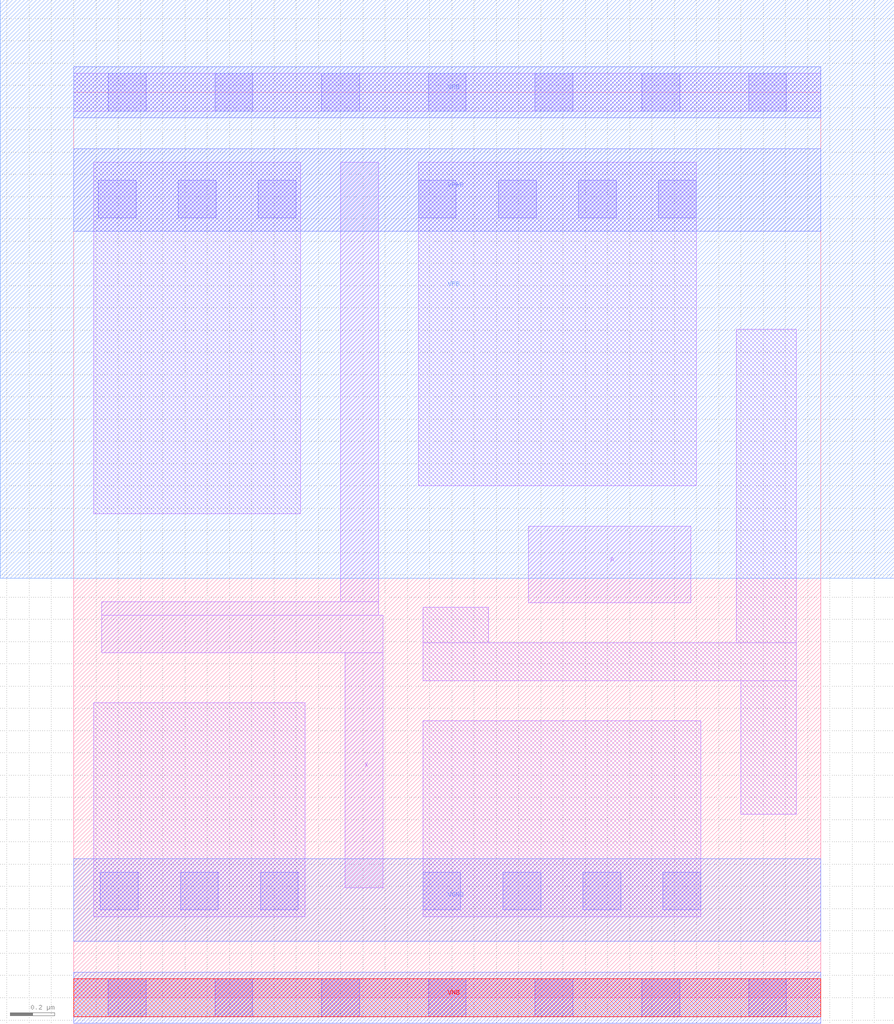
<source format=lef>
# Copyright 2020 The SkyWater PDK Authors
#
# Licensed under the Apache License, Version 2.0 (the "License");
# you may not use this file except in compliance with the License.
# You may obtain a copy of the License at
#
#     https://www.apache.org/licenses/LICENSE-2.0
#
# Unless required by applicable law or agreed to in writing, software
# distributed under the License is distributed on an "AS IS" BASIS,
# WITHOUT WARRANTIES OR CONDITIONS OF ANY KIND, either express or implied.
# See the License for the specific language governing permissions and
# limitations under the License.
#
# SPDX-License-Identifier: Apache-2.0

VERSION 5.7 ;
  NOWIREEXTENSIONATPIN ON ;
  DIVIDERCHAR "/" ;
  BUSBITCHARS "[]" ;
MACRO sky130_fd_sc_hvl__buf_2
  CLASS CORE ;
  FOREIGN sky130_fd_sc_hvl__buf_2 ;
  ORIGIN  0.000000  0.000000 ;
  SIZE  3.360000 BY  4.070000 ;
  SYMMETRY X Y ;
  SITE unithv ;
  PIN A
    ANTENNAGATEAREA  0.585000 ;
    DIRECTION INPUT ;
    USE SIGNAL ;
    PORT
      LAYER li1 ;
        RECT 2.045000 1.775000 2.775000 2.120000 ;
    END
  END A
  PIN X
    ANTENNADIFFAREA  0.630000 ;
    DIRECTION OUTPUT ;
    USE SIGNAL ;
    PORT
      LAYER li1 ;
        RECT 0.125000 1.550000 1.390000 1.720000 ;
        RECT 0.125000 1.720000 1.370000 1.780000 ;
        RECT 1.200000 1.780000 1.370000 3.755000 ;
        RECT 1.220000 0.495000 1.390000 1.550000 ;
    END
  END X
  PIN VGND
    DIRECTION INOUT ;
    USE GROUND ;
    PORT
      LAYER met1 ;
        RECT 0.000000 0.255000 3.360000 0.625000 ;
    END
  END VGND
  PIN VNB
    DIRECTION INOUT ;
    USE GROUND ;
    PORT
      LAYER met1 ;
        RECT 0.000000 -0.115000 3.360000 0.115000 ;
      LAYER pwell ;
        RECT 0.000000 -0.085000 3.360000 0.085000 ;
    END
  END VNB
  PIN VPB
    DIRECTION INOUT ;
    USE POWER ;
    PORT
      LAYER met1 ;
        RECT 0.000000 3.955000 3.360000 4.185000 ;
      LAYER nwell ;
        RECT -0.330000 1.885000 3.690000 4.485000 ;
    END
  END VPB
  PIN VPWR
    DIRECTION INOUT ;
    USE POWER ;
    PORT
      LAYER met1 ;
        RECT 0.000000 3.445000 3.360000 3.815000 ;
    END
  END VPWR
  OBS
    LAYER li1 ;
      RECT 0.000000 -0.085000 3.360000 0.085000 ;
      RECT 0.000000  3.985000 3.360000 4.155000 ;
      RECT 0.090000  0.365000 1.040000 1.325000 ;
      RECT 0.090000  2.175000 1.020000 3.755000 ;
      RECT 1.550000  2.300000 2.800000 3.755000 ;
      RECT 1.570000  0.365000 2.820000 1.245000 ;
      RECT 1.570000  1.425000 3.250000 1.595000 ;
      RECT 1.570000  1.595000 1.865000 1.755000 ;
      RECT 2.980000  1.595000 3.250000 3.005000 ;
      RECT 3.000000  0.825000 3.250000 1.425000 ;
    LAYER mcon ;
      RECT 0.110000  3.505000 0.280000 3.675000 ;
      RECT 0.120000  0.395000 0.290000 0.565000 ;
      RECT 0.155000 -0.085000 0.325000 0.085000 ;
      RECT 0.155000  3.985000 0.325000 4.155000 ;
      RECT 0.470000  3.505000 0.640000 3.675000 ;
      RECT 0.480000  0.395000 0.650000 0.565000 ;
      RECT 0.635000 -0.085000 0.805000 0.085000 ;
      RECT 0.635000  3.985000 0.805000 4.155000 ;
      RECT 0.830000  3.505000 1.000000 3.675000 ;
      RECT 0.840000  0.395000 1.010000 0.565000 ;
      RECT 1.115000 -0.085000 1.285000 0.085000 ;
      RECT 1.115000  3.985000 1.285000 4.155000 ;
      RECT 1.550000  3.505000 1.720000 3.675000 ;
      RECT 1.570000  0.395000 1.740000 0.565000 ;
      RECT 1.595000 -0.085000 1.765000 0.085000 ;
      RECT 1.595000  3.985000 1.765000 4.155000 ;
      RECT 1.910000  3.505000 2.080000 3.675000 ;
      RECT 1.930000  0.395000 2.100000 0.565000 ;
      RECT 2.075000 -0.085000 2.245000 0.085000 ;
      RECT 2.075000  3.985000 2.245000 4.155000 ;
      RECT 2.270000  3.505000 2.440000 3.675000 ;
      RECT 2.290000  0.395000 2.460000 0.565000 ;
      RECT 2.555000 -0.085000 2.725000 0.085000 ;
      RECT 2.555000  3.985000 2.725000 4.155000 ;
      RECT 2.630000  3.505000 2.800000 3.675000 ;
      RECT 2.650000  0.395000 2.820000 0.565000 ;
      RECT 3.035000 -0.085000 3.205000 0.085000 ;
      RECT 3.035000  3.985000 3.205000 4.155000 ;
  END
END sky130_fd_sc_hvl__buf_2
END LIBRARY

</source>
